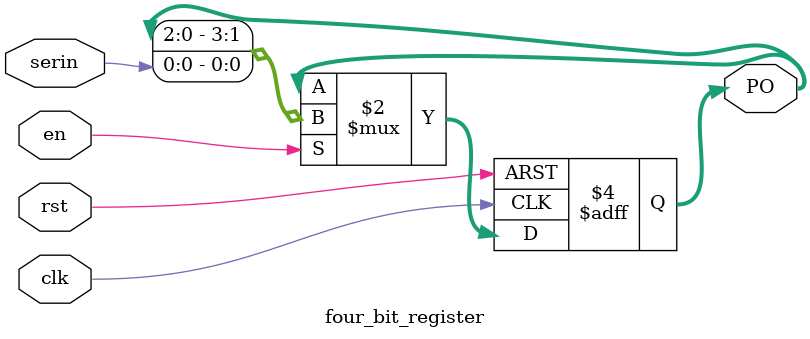
<source format=sv>
module four_bit_register(input clk, rst, serin, en, output logic [3:0] PO);
	always @(posedge clk, posedge rst)begin
		if(rst)
			PO<=4'b00;
		else if(en)
			PO<={PO[2:0],serin};
	end
endmodule

</source>
